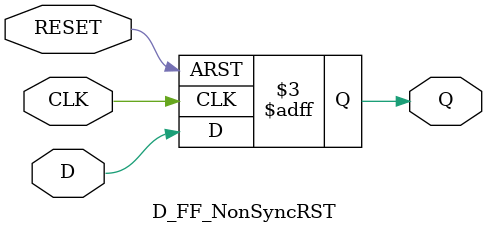
<source format=v>
module D_FF_NonSyncRST(D, CLK, RESET, Q);
    input D;      // D入力
    input CLK;    // クロック信号
    input RESET;  // 非同期リセット信号（0の時リセット）
    output reg Q;  // 出力Q


always @(posedge CLK or negedge RESET) begin
    if (RESET == 0) begin
        Q <= 1'b0;     // RESETが0の場合、Qを0に設定
    end else begin
        Q <= D;        // そうでなければ、Dの値はQにそのまま代入
    end
end

endmodule

</source>
